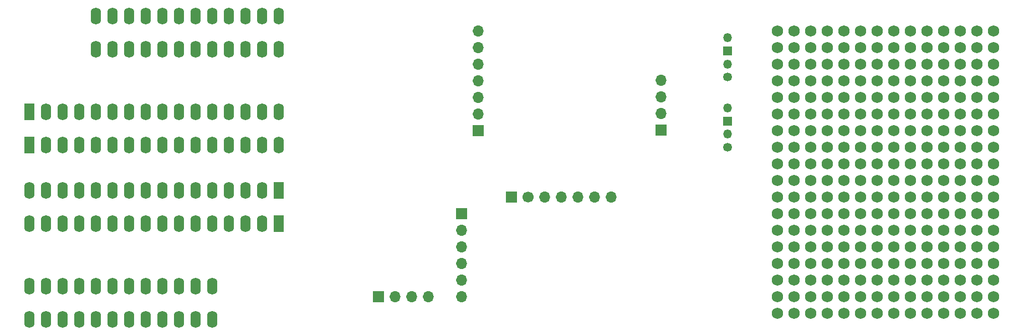
<source format=gbr>
%TF.GenerationSoftware,KiCad,Pcbnew,8.0.2*%
%TF.CreationDate,2024-06-13T14:38:33-04:00*%
%TF.ProjectId,CSL_AQS_V1,43534c5f-4151-4535-9f56-312e6b696361,rev?*%
%TF.SameCoordinates,Original*%
%TF.FileFunction,Soldermask,Top*%
%TF.FilePolarity,Negative*%
%FSLAX46Y46*%
G04 Gerber Fmt 4.6, Leading zero omitted, Abs format (unit mm)*
G04 Created by KiCad (PCBNEW 8.0.2) date 2024-06-13 14:38:33*
%MOMM*%
%LPD*%
G01*
G04 APERTURE LIST*
G04 Aperture macros list*
%AMRoundRect*
0 Rectangle with rounded corners*
0 $1 Rounding radius*
0 $2 $3 $4 $5 $6 $7 $8 $9 X,Y pos of 4 corners*
0 Add a 4 corners polygon primitive as box body*
4,1,4,$2,$3,$4,$5,$6,$7,$8,$9,$2,$3,0*
0 Add four circle primitives for the rounded corners*
1,1,$1+$1,$2,$3*
1,1,$1+$1,$4,$5*
1,1,$1+$1,$6,$7*
1,1,$1+$1,$8,$9*
0 Add four rect primitives between the rounded corners*
20,1,$1+$1,$2,$3,$4,$5,0*
20,1,$1+$1,$4,$5,$6,$7,0*
20,1,$1+$1,$6,$7,$8,$9,0*
20,1,$1+$1,$8,$9,$2,$3,0*%
G04 Aperture macros list end*
%ADD10C,1.750000*%
%ADD11RoundRect,0.250000X-0.550000X1.050000X-0.550000X-1.050000X0.550000X-1.050000X0.550000X1.050000X0*%
%ADD12O,1.600000X2.600000*%
%ADD13R,1.700000X1.700000*%
%ADD14O,1.700000X1.700000*%
%ADD15C,1.350000*%
%ADD16O,1.350000X1.350000*%
%ADD17R,1.350000X1.350000*%
%ADD18C,1.700000*%
%ADD19RoundRect,0.250000X0.550000X-1.050000X0.550000X1.050000X-0.550000X1.050000X-0.550000X-1.050000X0*%
G04 APERTURE END LIST*
D10*
%TO.C,*%
X185420000Y-83820000D03*
%TD*%
%TO.C,*%
X172720000Y-86360000D03*
%TD*%
%TO.C,*%
X187960000Y-96520000D03*
%TD*%
%TO.C,*%
X180340000Y-109220000D03*
%TD*%
%TO.C,*%
X198120000Y-99060000D03*
%TD*%
%TO.C,*%
X193040000Y-101600000D03*
%TD*%
%TO.C,*%
X185420000Y-106680000D03*
%TD*%
%TO.C,*%
X172720000Y-88900000D03*
%TD*%
%TO.C,*%
X172720000Y-76200000D03*
%TD*%
%TO.C,*%
X175260000Y-104140000D03*
%TD*%
%TO.C,*%
X193040000Y-99060000D03*
%TD*%
D11*
%TO.C,A2*%
X96520000Y-95550000D03*
X96520000Y-100630000D03*
D12*
X93980000Y-95550000D03*
X93980000Y-100630000D03*
X91440000Y-95550000D03*
X91440000Y-100630000D03*
X88900000Y-95550000D03*
X88900000Y-100630000D03*
X86360000Y-95550000D03*
X86360000Y-100630000D03*
X83820000Y-95550000D03*
X83820000Y-100630000D03*
X81280000Y-95550000D03*
X81280000Y-100630000D03*
X78740000Y-95550000D03*
X78740000Y-100630000D03*
X76200000Y-95550000D03*
X76200000Y-100630000D03*
X73660000Y-95550000D03*
X73660000Y-100630000D03*
X71120000Y-95550000D03*
X71120000Y-100630000D03*
X68580000Y-95550000D03*
X68580000Y-100630000D03*
X66040000Y-95550000D03*
X66040000Y-100630000D03*
X63500000Y-95550000D03*
X63500000Y-100630000D03*
X60960000Y-95550000D03*
X60960000Y-100630000D03*
X58420000Y-95550000D03*
X58420000Y-100630000D03*
X58420000Y-110190000D03*
X58420000Y-115270000D03*
X60960000Y-110190000D03*
X60960000Y-115270000D03*
X63500000Y-110190000D03*
X63500000Y-115270000D03*
X66040000Y-110190000D03*
X66040000Y-115270000D03*
X68580000Y-110190000D03*
X68580000Y-115270000D03*
X71120000Y-110190000D03*
X71120000Y-115270000D03*
X73660000Y-110190000D03*
X73660000Y-115270000D03*
X76200000Y-110190000D03*
X76200000Y-115270000D03*
X78740000Y-110190000D03*
X78740000Y-115270000D03*
X81280000Y-110190000D03*
X81280000Y-115270000D03*
X83820000Y-110190000D03*
X83820000Y-115270000D03*
X86360000Y-110190000D03*
X86360000Y-115270000D03*
%TD*%
D10*
%TO.C,*%
X182880000Y-96520000D03*
%TD*%
%TO.C,*%
X180340000Y-96520000D03*
%TD*%
%TO.C,*%
X193040000Y-88900000D03*
%TD*%
%TO.C,*%
X185420000Y-76200000D03*
%TD*%
%TO.C,*%
X187960000Y-78740000D03*
%TD*%
D13*
%TO.C,JP2*%
X111760000Y-111760000D03*
D14*
X114300000Y-111760000D03*
X116840000Y-111760000D03*
X119380000Y-111760000D03*
%TD*%
D10*
%TO.C,*%
X180340000Y-106680000D03*
%TD*%
%TO.C,*%
X190500000Y-78740000D03*
%TD*%
%TO.C,*%
X203200000Y-73660000D03*
%TD*%
%TO.C,*%
X175260000Y-73660000D03*
%TD*%
%TO.C,*%
X195580000Y-86360000D03*
%TD*%
%TO.C,*%
X203200000Y-101600000D03*
%TD*%
%TO.C,*%
X200660000Y-109220000D03*
%TD*%
%TO.C,*%
X172720000Y-93980000D03*
%TD*%
%TO.C,*%
X195580000Y-101600000D03*
%TD*%
%TO.C,*%
X182880000Y-106680000D03*
%TD*%
%TO.C,*%
X172720000Y-104140000D03*
%TD*%
%TO.C,*%
X177800000Y-109220000D03*
%TD*%
%TO.C,*%
X187960000Y-81280000D03*
%TD*%
%TO.C,*%
X200660000Y-81280000D03*
%TD*%
%TO.C,*%
X182880000Y-71120000D03*
%TD*%
%TO.C,*%
X172720000Y-101600000D03*
%TD*%
%TO.C,*%
X198120000Y-76200000D03*
%TD*%
%TO.C,*%
X175260000Y-106680000D03*
%TD*%
%TO.C,*%
X187960000Y-111760000D03*
%TD*%
%TO.C,*%
X172720000Y-83820000D03*
%TD*%
%TO.C,*%
X185420000Y-78740000D03*
%TD*%
%TO.C,*%
X193040000Y-81280000D03*
%TD*%
%TO.C,*%
X193040000Y-86360000D03*
%TD*%
%TO.C,*%
X177800000Y-106680000D03*
%TD*%
%TO.C,*%
X175260000Y-101600000D03*
%TD*%
%TO.C,*%
X185420000Y-91440000D03*
%TD*%
%TO.C,*%
X182880000Y-81280000D03*
%TD*%
%TO.C,*%
X185420000Y-73660000D03*
%TD*%
%TO.C,*%
X195580000Y-93980000D03*
%TD*%
%TO.C,*%
X200660000Y-83820000D03*
%TD*%
%TO.C,*%
X177800000Y-93980000D03*
%TD*%
%TO.C,*%
X203200000Y-88900000D03*
%TD*%
%TO.C,*%
X195580000Y-111760000D03*
%TD*%
%TO.C,*%
X185420000Y-81280000D03*
%TD*%
%TO.C,*%
X175260000Y-83820000D03*
%TD*%
%TO.C,*%
X205740000Y-106680000D03*
%TD*%
%TO.C,*%
X182880000Y-88900000D03*
%TD*%
%TO.C,*%
X172720000Y-111760000D03*
%TD*%
%TO.C,*%
X182880000Y-83820000D03*
%TD*%
%TO.C,*%
X203200000Y-76200000D03*
%TD*%
%TO.C,*%
X190500000Y-81280000D03*
%TD*%
%TO.C,*%
X200660000Y-96520000D03*
%TD*%
%TO.C,*%
X177800000Y-86360000D03*
%TD*%
%TO.C,*%
X185420000Y-99060000D03*
%TD*%
%TO.C,*%
X205740000Y-81280000D03*
%TD*%
%TO.C,*%
X193040000Y-93980000D03*
%TD*%
%TO.C,*%
X187960000Y-104140000D03*
%TD*%
%TO.C,*%
X198120000Y-114300000D03*
%TD*%
%TO.C,*%
X198120000Y-73660000D03*
%TD*%
%TO.C,*%
X180340000Y-71120000D03*
%TD*%
%TO.C,*%
X190500000Y-114300000D03*
%TD*%
%TO.C,*%
X182880000Y-73660000D03*
%TD*%
%TO.C,*%
X200660000Y-101600000D03*
%TD*%
%TO.C,*%
X198120000Y-93980000D03*
%TD*%
%TO.C,*%
X195580000Y-106680000D03*
%TD*%
%TO.C,*%
X205740000Y-88900000D03*
%TD*%
%TO.C,*%
X177800000Y-96520000D03*
%TD*%
%TO.C,*%
X177800000Y-99060000D03*
%TD*%
%TO.C,*%
X177800000Y-111760000D03*
%TD*%
%TO.C,*%
X198120000Y-106680000D03*
%TD*%
%TO.C,*%
X198120000Y-104140000D03*
%TD*%
%TO.C,*%
X190500000Y-86360000D03*
%TD*%
%TO.C,*%
X193040000Y-104140000D03*
%TD*%
%TO.C,*%
X185420000Y-71120000D03*
%TD*%
%TO.C,*%
X200660000Y-88900000D03*
%TD*%
%TO.C,*%
X182880000Y-101600000D03*
%TD*%
%TO.C,*%
X190500000Y-88900000D03*
%TD*%
%TO.C,*%
X203200000Y-106680000D03*
%TD*%
%TO.C,*%
X182880000Y-78740000D03*
%TD*%
%TO.C,*%
X190500000Y-111760000D03*
%TD*%
%TO.C,*%
X180340000Y-104140000D03*
%TD*%
%TO.C,*%
X187960000Y-91440000D03*
%TD*%
%TO.C,*%
X193040000Y-71120000D03*
%TD*%
%TO.C,*%
X182880000Y-111760000D03*
%TD*%
%TO.C,*%
X203200000Y-109220000D03*
%TD*%
%TO.C,*%
X195580000Y-71120000D03*
%TD*%
%TO.C,*%
X190500000Y-73660000D03*
%TD*%
%TO.C,*%
X185420000Y-114300000D03*
%TD*%
%TO.C,*%
X172720000Y-91440000D03*
%TD*%
%TO.C,*%
X193040000Y-96520000D03*
%TD*%
%TO.C,*%
X187960000Y-71120000D03*
%TD*%
%TO.C,*%
X190500000Y-91440000D03*
%TD*%
%TO.C,*%
X187960000Y-101600000D03*
%TD*%
%TO.C,*%
X180340000Y-99060000D03*
%TD*%
D13*
%TO.C,JP6*%
X154876000Y-86322500D03*
D14*
X154876000Y-83782500D03*
X154876000Y-81242500D03*
X154876000Y-78702500D03*
%TD*%
D10*
%TO.C,*%
X200660000Y-114300000D03*
%TD*%
%TO.C,*%
X187960000Y-76200000D03*
%TD*%
%TO.C,*%
X180340000Y-101600000D03*
%TD*%
D13*
%TO.C,JP8*%
X124460000Y-99060000D03*
D14*
X124460000Y-101600000D03*
X124460000Y-104140000D03*
X124460000Y-106680000D03*
X124460000Y-109220000D03*
X124460000Y-111760000D03*
%TD*%
D10*
%TO.C,*%
X172720000Y-73660000D03*
%TD*%
%TO.C,*%
X190500000Y-93980000D03*
%TD*%
%TO.C,*%
X187960000Y-73660000D03*
%TD*%
%TO.C,*%
X203200000Y-78740000D03*
%TD*%
%TO.C,*%
X185420000Y-104140000D03*
%TD*%
%TO.C,*%
X177800000Y-71120000D03*
%TD*%
%TO.C,*%
X172720000Y-99060000D03*
%TD*%
%TO.C,*%
X203200000Y-91440000D03*
%TD*%
%TO.C,*%
X198120000Y-71120000D03*
%TD*%
%TO.C,*%
X200660000Y-106680000D03*
%TD*%
%TO.C,*%
X200660000Y-111760000D03*
%TD*%
%TO.C,*%
X200660000Y-86360000D03*
%TD*%
%TO.C,*%
X172720000Y-106680000D03*
%TD*%
%TO.C,*%
X185420000Y-93980000D03*
%TD*%
%TO.C,*%
X195580000Y-104140000D03*
%TD*%
%TO.C,*%
X195580000Y-91440000D03*
%TD*%
%TO.C,*%
X198120000Y-86360000D03*
%TD*%
%TO.C,*%
X205740000Y-111760000D03*
%TD*%
%TO.C,*%
X190500000Y-76200000D03*
%TD*%
%TO.C,*%
X205740000Y-93980000D03*
%TD*%
%TO.C,*%
X195580000Y-73660000D03*
%TD*%
%TO.C,*%
X182880000Y-114300000D03*
%TD*%
%TO.C,*%
X177800000Y-73660000D03*
%TD*%
%TO.C,*%
X187960000Y-83820000D03*
%TD*%
%TO.C,*%
X198120000Y-91440000D03*
%TD*%
%TO.C,*%
X198120000Y-111760000D03*
%TD*%
%TO.C,*%
X205740000Y-91440000D03*
%TD*%
%TO.C,*%
X205740000Y-71120000D03*
%TD*%
%TO.C,*%
X205740000Y-101600000D03*
%TD*%
%TO.C,*%
X193040000Y-76200000D03*
%TD*%
%TO.C,*%
X187960000Y-88900000D03*
%TD*%
%TO.C,*%
X190500000Y-71120000D03*
%TD*%
%TO.C,*%
X195580000Y-109220000D03*
%TD*%
%TO.C,*%
X198120000Y-83820000D03*
%TD*%
%TO.C,*%
X193040000Y-73660000D03*
%TD*%
%TO.C,*%
X182880000Y-76200000D03*
%TD*%
%TO.C,*%
X187960000Y-86360000D03*
%TD*%
%TO.C,*%
X205740000Y-109220000D03*
%TD*%
%TO.C,*%
X198120000Y-101600000D03*
%TD*%
%TO.C,*%
X185420000Y-86360000D03*
%TD*%
%TO.C,*%
X182880000Y-109220000D03*
%TD*%
%TO.C,*%
X175260000Y-88900000D03*
%TD*%
%TO.C,*%
X175260000Y-78740000D03*
%TD*%
%TO.C,*%
X180340000Y-81280000D03*
%TD*%
%TO.C,*%
X193040000Y-114300000D03*
%TD*%
%TO.C,*%
X180340000Y-73660000D03*
%TD*%
%TO.C,*%
X172720000Y-109220000D03*
%TD*%
%TO.C,*%
X205740000Y-114300000D03*
%TD*%
%TO.C,*%
X195580000Y-81280000D03*
%TD*%
%TO.C,*%
X203200000Y-93980000D03*
%TD*%
%TO.C,*%
X182880000Y-91440000D03*
%TD*%
%TO.C,*%
X193040000Y-78740000D03*
%TD*%
%TO.C,*%
X190500000Y-96520000D03*
%TD*%
%TO.C,*%
X198120000Y-81280000D03*
%TD*%
%TO.C,*%
X193040000Y-83820000D03*
%TD*%
%TO.C,*%
X177800000Y-81280000D03*
%TD*%
%TO.C,*%
X175260000Y-86360000D03*
%TD*%
%TO.C,*%
X205740000Y-73660000D03*
%TD*%
%TO.C,*%
X177800000Y-76200000D03*
%TD*%
%TO.C,*%
X175260000Y-109220000D03*
%TD*%
%TO.C,*%
X172720000Y-81280000D03*
%TD*%
%TO.C,*%
X193040000Y-111760000D03*
%TD*%
%TO.C,*%
X195580000Y-88900000D03*
%TD*%
%TO.C,*%
X200660000Y-104140000D03*
%TD*%
%TO.C,*%
X203200000Y-83820000D03*
%TD*%
%TO.C,*%
X195580000Y-78740000D03*
%TD*%
%TO.C,*%
X190500000Y-99060000D03*
%TD*%
%TO.C,*%
X175260000Y-96520000D03*
%TD*%
%TO.C,REF\u002A\u002A*%
X172720000Y-71120000D03*
%TD*%
%TO.C,*%
X182880000Y-104140000D03*
%TD*%
%TO.C,*%
X180340000Y-86360000D03*
%TD*%
%TO.C,*%
X175260000Y-81280000D03*
%TD*%
D15*
%TO.C,J2*%
X165100000Y-78200000D03*
D16*
X165100000Y-76200000D03*
D17*
X165100000Y-74200000D03*
D16*
X165100000Y-72200000D03*
%TD*%
D10*
%TO.C,*%
X205740000Y-78740000D03*
%TD*%
%TO.C,*%
X205740000Y-83820000D03*
%TD*%
%TO.C,*%
X185420000Y-88900000D03*
%TD*%
%TO.C,*%
X187960000Y-114300000D03*
%TD*%
%TO.C,*%
X175260000Y-111760000D03*
%TD*%
%TO.C,*%
X190500000Y-101600000D03*
%TD*%
%TO.C,*%
X195580000Y-114300000D03*
%TD*%
%TO.C,*%
X185420000Y-111760000D03*
%TD*%
%TO.C,*%
X172720000Y-78740000D03*
%TD*%
%TO.C,*%
X175260000Y-76200000D03*
%TD*%
%TO.C,*%
X200660000Y-76200000D03*
%TD*%
%TO.C,*%
X172720000Y-96520000D03*
%TD*%
%TO.C,*%
X177800000Y-114300000D03*
%TD*%
%TO.C,*%
X177800000Y-88900000D03*
%TD*%
%TO.C,*%
X180340000Y-93980000D03*
%TD*%
%TO.C,*%
X195580000Y-76200000D03*
%TD*%
%TO.C,*%
X180340000Y-111760000D03*
%TD*%
%TO.C,*%
X205740000Y-76200000D03*
%TD*%
%TO.C,*%
X175260000Y-99060000D03*
%TD*%
%TO.C,*%
X193040000Y-106680000D03*
%TD*%
%TO.C,*%
X180340000Y-76200000D03*
%TD*%
%TO.C,*%
X198120000Y-78740000D03*
%TD*%
%TO.C,*%
X200660000Y-91440000D03*
%TD*%
%TO.C,*%
X205740000Y-104140000D03*
%TD*%
%TO.C,*%
X187960000Y-99060000D03*
%TD*%
%TO.C,*%
X203200000Y-86360000D03*
%TD*%
%TO.C,*%
X205740000Y-96520000D03*
%TD*%
D13*
%TO.C,JP7*%
X127000000Y-86360000D03*
D14*
X127000000Y-83820000D03*
X127000000Y-81280000D03*
X127000000Y-78740000D03*
X127000000Y-76200000D03*
X127000000Y-73660000D03*
X127000000Y-71120000D03*
%TD*%
D10*
%TO.C,*%
X203200000Y-114300000D03*
%TD*%
%TO.C,*%
X177800000Y-104140000D03*
%TD*%
%TO.C,*%
X203200000Y-99060000D03*
%TD*%
%TO.C,*%
X175260000Y-71120000D03*
%TD*%
%TO.C,*%
X187960000Y-109220000D03*
%TD*%
%TO.C,*%
X205740000Y-86360000D03*
%TD*%
%TO.C,*%
X205740000Y-96520000D03*
%TD*%
%TO.C,*%
X195580000Y-83820000D03*
%TD*%
%TO.C,*%
X175260000Y-93980000D03*
%TD*%
%TO.C,*%
X175260000Y-91440000D03*
%TD*%
%TO.C,*%
X177800000Y-78740000D03*
%TD*%
D13*
%TO.C,JP10*%
X132080000Y-96580000D03*
D18*
X134620000Y-96580000D03*
D14*
X137160000Y-96580000D03*
X139700000Y-96580000D03*
X142240000Y-96580000D03*
X144780000Y-96580000D03*
X147320000Y-96580000D03*
%TD*%
D10*
%TO.C,*%
X185420000Y-109220000D03*
%TD*%
%TO.C,*%
X193040000Y-91440000D03*
%TD*%
%TO.C,*%
X203200000Y-96520000D03*
%TD*%
%TO.C,*%
X203200000Y-71120000D03*
%TD*%
%TO.C,*%
X180340000Y-83820000D03*
%TD*%
%TO.C,*%
X180340000Y-88900000D03*
%TD*%
%TO.C,*%
X182880000Y-86360000D03*
%TD*%
%TO.C,*%
X177800000Y-101600000D03*
%TD*%
%TO.C,*%
X185420000Y-96520000D03*
%TD*%
%TO.C,*%
X185420000Y-101600000D03*
%TD*%
D15*
%TO.C,J3*%
X165100000Y-88916000D03*
D16*
X165100000Y-86916000D03*
D17*
X165100000Y-84916000D03*
D16*
X165100000Y-82916000D03*
%TD*%
D10*
%TO.C,*%
X180340000Y-78740000D03*
%TD*%
%TO.C,*%
X177800000Y-83820000D03*
%TD*%
%TO.C,*%
X180340000Y-114300000D03*
%TD*%
%TO.C,*%
X203200000Y-81280000D03*
%TD*%
%TO.C,*%
X198120000Y-96520000D03*
%TD*%
%TO.C,*%
X200660000Y-78740000D03*
%TD*%
%TO.C,*%
X190500000Y-106680000D03*
%TD*%
%TO.C,*%
X195580000Y-96520000D03*
%TD*%
%TO.C,*%
X200660000Y-99060000D03*
%TD*%
%TO.C,*%
X200660000Y-73660000D03*
%TD*%
%TO.C,*%
X200660000Y-93980000D03*
%TD*%
%TO.C,*%
X177800000Y-91440000D03*
%TD*%
%TO.C,*%
X190500000Y-104140000D03*
%TD*%
%TO.C,*%
X182880000Y-99060000D03*
%TD*%
%TO.C,*%
X203200000Y-104140000D03*
%TD*%
%TO.C,*%
X200660000Y-71120000D03*
%TD*%
%TO.C,*%
X198120000Y-88900000D03*
%TD*%
%TO.C,*%
X180340000Y-91440000D03*
%TD*%
%TO.C,*%
X190500000Y-109220000D03*
%TD*%
%TO.C,*%
X172720000Y-114300000D03*
%TD*%
%TO.C,*%
X187960000Y-106680000D03*
%TD*%
%TO.C,*%
X175260000Y-114300000D03*
%TD*%
%TO.C,*%
X195580000Y-99060000D03*
%TD*%
%TO.C,*%
X187960000Y-93980000D03*
%TD*%
%TO.C,*%
X198120000Y-109220000D03*
%TD*%
%TO.C,*%
X190500000Y-83820000D03*
%TD*%
%TO.C,*%
X193040000Y-109220000D03*
%TD*%
%TO.C,*%
X182880000Y-93980000D03*
%TD*%
%TO.C,*%
X203200000Y-111760000D03*
%TD*%
%TO.C,*%
X205740000Y-99060000D03*
%TD*%
D19*
%TO.C,A1*%
X58420000Y-88600000D03*
X58420000Y-83520000D03*
D12*
X60960000Y-88600000D03*
X60960000Y-83520000D03*
X63500000Y-88600000D03*
X63500000Y-83520000D03*
X66040000Y-88600000D03*
X66040000Y-83520000D03*
X68580000Y-88600000D03*
X68580000Y-83520000D03*
X71120000Y-88600000D03*
X71120000Y-83520000D03*
X73660000Y-88600000D03*
X73660000Y-83520000D03*
X76200000Y-88600000D03*
X76200000Y-83520000D03*
X78740000Y-88600000D03*
X78740000Y-83520000D03*
X81280000Y-88600000D03*
X81280000Y-83520000D03*
X83820000Y-88600000D03*
X83820000Y-83520000D03*
X86360000Y-88600000D03*
X86360000Y-83520000D03*
X88900000Y-88600000D03*
X88900000Y-83520000D03*
X91440000Y-88600000D03*
X91440000Y-83520000D03*
X93980000Y-88600000D03*
X93980000Y-83520000D03*
X96520000Y-88600000D03*
X96520000Y-83520000D03*
X96520000Y-73960000D03*
X96520000Y-68880000D03*
X93980000Y-73960000D03*
X93980000Y-68880000D03*
X91440000Y-73960000D03*
X91440000Y-68880000D03*
X88900000Y-73960000D03*
X88900000Y-68880000D03*
X86360000Y-73960000D03*
X86360000Y-68880000D03*
X83820000Y-73960000D03*
X83820000Y-68880000D03*
X81280000Y-73960000D03*
X81280000Y-68880000D03*
X78740000Y-73960000D03*
X78740000Y-68880000D03*
X76200000Y-73960000D03*
X76200000Y-68880000D03*
X73660000Y-73960000D03*
X73660000Y-68880000D03*
X71120000Y-73960000D03*
X71120000Y-68880000D03*
X68580000Y-73960000D03*
X68580000Y-68880000D03*
%TD*%
M02*

</source>
